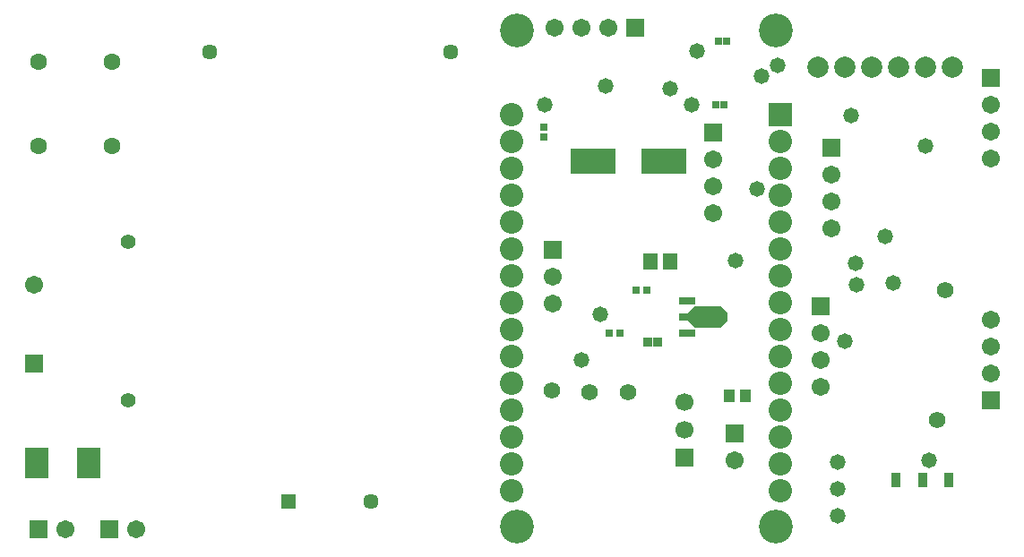
<source format=gts>
G04*
G04 #@! TF.GenerationSoftware,Altium Limited,Altium Designer,20.0.2 (26)*
G04*
G04 Layer_Color=8388736*
%FSLAX44Y44*%
%MOMM*%
G71*
G01*
G75*
%ADD16R,0.6725X0.7154*%
%ADD21R,1.4546X1.5562*%
%ADD25R,0.7154X0.6725*%
%ADD27R,0.9040X1.4040*%
%ADD28R,0.7040X0.6540*%
%ADD29R,1.5040X0.8040*%
%ADD30R,1.0040X0.8040*%
%ADD31R,4.2040X2.3540*%
%ADD32R,2.2540X2.8540*%
%ADD33R,0.8940X0.9240*%
%ADD34R,1.0040X1.2040*%
%ADD35C,1.6970*%
%ADD36R,1.6970X1.6970*%
%ADD37C,1.7040*%
%ADD38R,1.7040X1.7040*%
%ADD39C,1.5700*%
%ADD40C,1.4730*%
%ADD41R,1.7040X1.7040*%
%ADD42R,2.2040X2.2040*%
%ADD43C,2.2040*%
%ADD44C,3.2040*%
%ADD45C,2.0040*%
%ADD46C,1.6040*%
%ADD47C,1.4500*%
%ADD48R,1.4500X1.4500*%
%ADD49C,1.4040*%
%ADD50C,1.4740*%
G36*
X1013083Y985374D02*
X1013215Y985347D01*
X1013341Y985304D01*
X1013461Y985245D01*
X1013572Y985171D01*
X1013673Y985083D01*
X1019673Y979083D01*
X1019761Y978982D01*
X1019835Y978871D01*
X1019894Y978751D01*
X1019905Y978719D01*
X1019937Y978625D01*
X1019964Y978493D01*
X1019972Y978360D01*
Y972360D01*
X1019964Y972227D01*
X1019937Y972095D01*
X1019894Y971969D01*
X1019835Y971849D01*
X1019761Y971738D01*
X1019673Y971637D01*
X1013673Y965637D01*
X1013572Y965549D01*
X1013461Y965475D01*
X1013341Y965416D01*
X1013298Y965401D01*
X1013215Y965373D01*
X1013083Y965347D01*
X1012950Y965338D01*
X988950D01*
X988817Y965347D01*
X988685Y965373D01*
X988559Y965416D01*
X988439Y965475D01*
X988328Y965549D01*
X988227Y965637D01*
X982227Y971637D01*
X982139Y971738D01*
X982065Y971849D01*
X982006Y971969D01*
X981963Y972095D01*
X981936Y972227D01*
X981928Y972360D01*
Y978360D01*
X981936Y978493D01*
X981963Y978625D01*
X982006Y978751D01*
X982065Y978871D01*
X982139Y978982D01*
X982227Y979083D01*
X988227Y985083D01*
X988328Y985171D01*
X988439Y985245D01*
X988559Y985304D01*
X988685Y985347D01*
X988817Y985374D01*
X988950Y985382D01*
X1012950D01*
X1013083Y985374D01*
D02*
G37*
D16*
X845820Y1155111D02*
D03*
Y1145540D02*
D03*
D21*
X965568Y1027430D02*
D03*
X947052D02*
D03*
D25*
X933450Y1000760D02*
D03*
X943021D02*
D03*
X917621Y960120D02*
D03*
X908050D02*
D03*
D27*
X1178960Y821170D02*
D03*
X1203960D02*
D03*
X1228960D02*
D03*
D28*
X1010980Y1235710D02*
D03*
X1018480D02*
D03*
X1008380Y1176020D02*
D03*
X1015880D02*
D03*
D29*
X981450Y990360D02*
D03*
Y960360D02*
D03*
D30*
X978950Y975360D02*
D03*
D31*
X892330Y1122680D02*
D03*
X959330D02*
D03*
D32*
X366410Y836930D02*
D03*
X415910D02*
D03*
D33*
X944570Y951230D02*
D03*
X953770D02*
D03*
D34*
X1021320Y900430D02*
D03*
X1036320D02*
D03*
D35*
X979170Y894680D02*
D03*
Y868680D02*
D03*
D36*
Y842680D02*
D03*
D37*
X1026160Y839470D02*
D03*
X1005840Y1073150D02*
D03*
Y1098550D02*
D03*
Y1123950D02*
D03*
X855980Y1248410D02*
D03*
X881380D02*
D03*
X906780D02*
D03*
X854710Y1013460D02*
D03*
Y988060D02*
D03*
X1268730Y1125220D02*
D03*
Y1150620D02*
D03*
Y1176020D02*
D03*
X1107440Y909320D02*
D03*
Y934720D02*
D03*
Y960120D02*
D03*
X1117600Y1059180D02*
D03*
Y1084580D02*
D03*
Y1109980D02*
D03*
X461010Y774700D02*
D03*
X393700D02*
D03*
X364490Y1005910D02*
D03*
X1268730Y972820D02*
D03*
Y947420D02*
D03*
Y922020D02*
D03*
D38*
X1026160Y864870D02*
D03*
X1005840Y1149350D02*
D03*
X854710Y1038860D02*
D03*
X1268730Y1201420D02*
D03*
X1107440Y985520D02*
D03*
X1117600Y1135380D02*
D03*
X364490Y930910D02*
D03*
X1268730Y896620D02*
D03*
D39*
X1217930Y877570D02*
D03*
X925830Y904240D02*
D03*
X1225550Y1000760D02*
D03*
X853440Y905510D02*
D03*
X889000Y904240D02*
D03*
D40*
X1123950Y838200D02*
D03*
Y812800D02*
D03*
Y787400D02*
D03*
D41*
X932180Y1248410D02*
D03*
X435610Y774700D02*
D03*
X368300D02*
D03*
D42*
X1069670Y1166870D02*
D03*
D43*
Y1141470D02*
D03*
Y1116070D02*
D03*
Y1090670D02*
D03*
Y1065270D02*
D03*
Y1039870D02*
D03*
Y1014470D02*
D03*
Y989070D02*
D03*
Y963670D02*
D03*
Y938270D02*
D03*
Y912870D02*
D03*
Y887470D02*
D03*
Y862070D02*
D03*
Y836670D02*
D03*
Y811270D02*
D03*
X815670Y1166870D02*
D03*
Y1141470D02*
D03*
Y1116070D02*
D03*
Y1090670D02*
D03*
Y1065270D02*
D03*
Y1039870D02*
D03*
Y1014470D02*
D03*
Y989070D02*
D03*
Y963670D02*
D03*
Y938270D02*
D03*
Y912870D02*
D03*
Y887470D02*
D03*
Y862070D02*
D03*
Y836670D02*
D03*
Y811270D02*
D03*
D44*
X1065470Y776970D02*
D03*
X820370D02*
D03*
Y1246470D02*
D03*
X1065470D02*
D03*
D45*
X1104900Y1211580D02*
D03*
X1130300D02*
D03*
X1155700D02*
D03*
X1181100D02*
D03*
X1206500D02*
D03*
X1231900D02*
D03*
D46*
X368300Y1216650D02*
D03*
X438300D02*
D03*
Y1136650D02*
D03*
X368300D02*
D03*
D47*
X757890Y1225960D02*
D03*
X529890D02*
D03*
X682890Y800960D02*
D03*
D48*
X604890D02*
D03*
D49*
X453390Y1046550D02*
D03*
Y896550D02*
D03*
D50*
X1047750Y1096010D02*
D03*
X990600Y1226820D02*
D03*
X1066800Y1212850D02*
D03*
X1168400Y1051560D02*
D03*
X1206500Y1136650D02*
D03*
X1130300Y952500D02*
D03*
X1176020Y1007110D02*
D03*
X1141730Y1005840D02*
D03*
X1140460Y1026160D02*
D03*
X1051560Y1202690D02*
D03*
X985520Y1176020D02*
D03*
X1136650Y1165860D02*
D03*
X965200Y1191260D02*
D03*
X904240Y1193800D02*
D03*
X1027430Y1028700D02*
D03*
X1210310Y839470D02*
D03*
X881380Y934720D02*
D03*
X899160Y977900D02*
D03*
X847090Y1176020D02*
D03*
M02*

</source>
